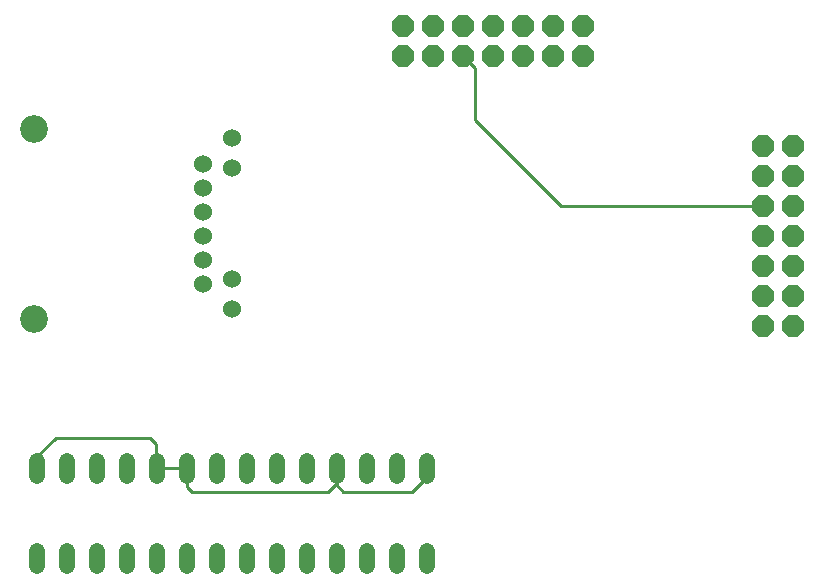
<source format=gbl>
G75*
G70*
%OFA0B0*%
%FSLAX24Y24*%
%IPPOS*%
%LPD*%
%AMOC8*
5,1,8,0,0,1.08239X$1,22.5*
%
%ADD10OC8,0.0740*%
%ADD11C,0.0602*%
%ADD12C,0.0927*%
%ADD13C,0.0520*%
%ADD14C,0.0100*%
D10*
X015724Y019390D03*
X016724Y019390D03*
X017724Y019390D03*
X017724Y020390D03*
X016724Y020390D03*
X015724Y020390D03*
X018724Y020390D03*
X019724Y020390D03*
X020724Y020390D03*
X021724Y020390D03*
X021724Y019390D03*
X020724Y019390D03*
X019724Y019390D03*
X018724Y019390D03*
X027724Y016390D03*
X028724Y016390D03*
X028724Y015390D03*
X027724Y015390D03*
X027724Y014390D03*
X028724Y014390D03*
X028724Y013390D03*
X027724Y013390D03*
X027724Y012390D03*
X028724Y012390D03*
X028724Y011390D03*
X027724Y011390D03*
X027724Y010390D03*
X028724Y010390D03*
D11*
X010024Y010951D03*
X009056Y011797D03*
X010024Y011951D03*
X009056Y012597D03*
X009056Y013396D03*
X009056Y014195D03*
X009056Y014994D03*
X009056Y015794D03*
X010024Y015640D03*
X010024Y016640D03*
D12*
X003407Y016967D03*
X003407Y010616D03*
D13*
X003524Y002900D02*
X003524Y002380D01*
X004524Y002380D02*
X004524Y002900D01*
X005524Y002900D02*
X005524Y002380D01*
X006524Y002380D02*
X006524Y002900D01*
X007524Y002900D02*
X007524Y002380D01*
X008524Y002380D02*
X008524Y002900D01*
X009524Y002900D02*
X009524Y002380D01*
X010524Y002380D02*
X010524Y002900D01*
X011524Y002900D02*
X011524Y002380D01*
X012524Y002380D02*
X012524Y002900D01*
X013524Y002900D02*
X013524Y002380D01*
X014524Y002380D02*
X014524Y002900D01*
X015524Y002900D02*
X015524Y002380D01*
X016524Y002380D02*
X016524Y002900D01*
X016524Y005380D02*
X016524Y005900D01*
X015524Y005900D02*
X015524Y005380D01*
X014524Y005380D02*
X014524Y005900D01*
X013524Y005900D02*
X013524Y005380D01*
X012524Y005380D02*
X012524Y005900D01*
X011524Y005900D02*
X011524Y005380D01*
X010524Y005380D02*
X010524Y005900D01*
X009524Y005900D02*
X009524Y005380D01*
X008524Y005380D02*
X008524Y005900D01*
X007524Y005900D02*
X007524Y005380D01*
X006524Y005380D02*
X006524Y005900D01*
X005524Y005900D02*
X005524Y005380D01*
X004524Y005380D02*
X004524Y005900D01*
X003524Y005900D02*
X003524Y005380D01*
D14*
X003524Y005640D02*
X003524Y006040D01*
X004144Y006660D01*
X007294Y006660D01*
X007504Y006450D01*
X007504Y005660D01*
X007524Y005640D01*
X008524Y005640D01*
X008514Y005630D01*
X008514Y005010D01*
X008674Y004850D01*
X013214Y004850D01*
X013524Y005160D01*
X013524Y005640D01*
X013524Y005070D01*
X013734Y004860D01*
X016024Y004860D01*
X016524Y005360D01*
X016524Y005640D01*
X020974Y014390D02*
X018124Y017240D01*
X018124Y018990D01*
X017724Y019390D01*
X020974Y014390D02*
X027724Y014390D01*
M02*

</source>
